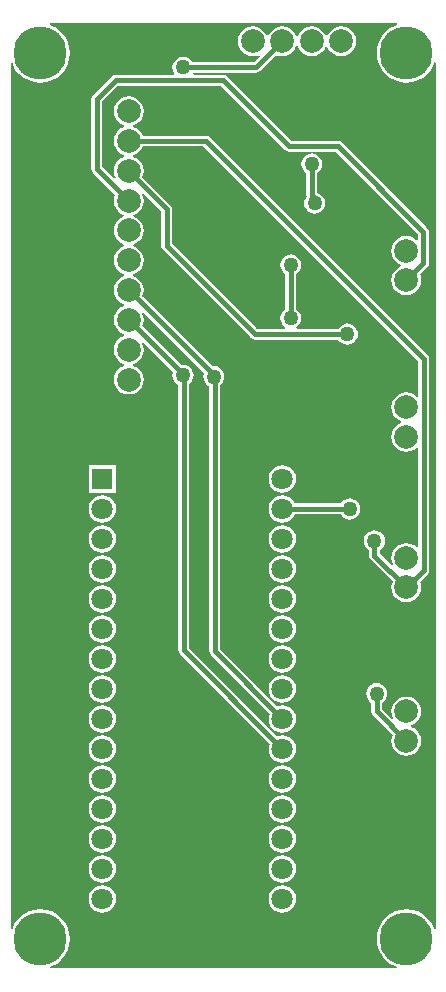
<source format=gbl>
G04*
G04 #@! TF.GenerationSoftware,Altium Limited,Altium Designer,18.0.9 (584)*
G04*
G04 Layer_Physical_Order=2*
G04 Layer_Color=16711680*
%FSLAX42Y42*%
%MOMM*%
G71*
G01*
G75*
%ADD12C,0.40*%
%ADD20C,2.00*%
%ADD21C,1.80*%
%ADD22R,1.80X1.80*%
%ADD23C,1.27*%
%ADD24C,4.50*%
G36*
X3270Y7987D02*
X3254Y7982D01*
X3210Y7959D01*
X3172Y7928D01*
X3141Y7890D01*
X3118Y7846D01*
X3103Y7799D01*
X3098Y7750D01*
X3103Y7701D01*
X3118Y7654D01*
X3141Y7610D01*
X3172Y7572D01*
X3210Y7541D01*
X3254Y7518D01*
X3301Y7503D01*
X3350Y7498D01*
X3399Y7503D01*
X3446Y7518D01*
X3490Y7541D01*
X3528Y7572D01*
X3559Y7610D01*
X3582Y7654D01*
X3587Y7670D01*
X3600Y7668D01*
Y332D01*
X3587Y330D01*
X3582Y346D01*
X3559Y390D01*
X3528Y428D01*
X3490Y459D01*
X3446Y482D01*
X3399Y497D01*
X3350Y502D01*
X3301Y497D01*
X3254Y482D01*
X3210Y459D01*
X3172Y428D01*
X3141Y390D01*
X3118Y346D01*
X3103Y299D01*
X3098Y250D01*
X3103Y201D01*
X3118Y154D01*
X3141Y110D01*
X3172Y72D01*
X3210Y41D01*
X3254Y18D01*
X3270Y13D01*
X3268Y0D01*
X332D01*
X330Y13D01*
X346Y18D01*
X390Y41D01*
X428Y72D01*
X459Y110D01*
X482Y154D01*
X497Y201D01*
X502Y250D01*
X497Y299D01*
X482Y346D01*
X459Y390D01*
X428Y428D01*
X390Y459D01*
X346Y482D01*
X299Y497D01*
X250Y502D01*
X201Y497D01*
X154Y482D01*
X110Y459D01*
X72Y428D01*
X41Y390D01*
X18Y346D01*
X13Y330D01*
X0Y332D01*
Y7668D01*
X13Y7670D01*
X18Y7654D01*
X41Y7610D01*
X72Y7572D01*
X110Y7541D01*
X154Y7518D01*
X201Y7503D01*
X250Y7498D01*
X299Y7503D01*
X346Y7518D01*
X390Y7541D01*
X428Y7572D01*
X459Y7610D01*
X482Y7654D01*
X497Y7701D01*
X502Y7750D01*
X497Y7799D01*
X482Y7846D01*
X459Y7890D01*
X428Y7928D01*
X390Y7959D01*
X346Y7982D01*
X330Y7987D01*
X332Y8000D01*
X3268D01*
X3270Y7987D01*
D02*
G37*
%LPC*%
G36*
X2800Y7976D02*
X2767Y7972D01*
X2737Y7960D01*
X2711Y7939D01*
X2690Y7913D01*
X2682Y7893D01*
X2668D01*
X2660Y7913D01*
X2639Y7939D01*
X2613Y7960D01*
X2583Y7972D01*
X2550Y7976D01*
X2517Y7972D01*
X2487Y7960D01*
X2461Y7939D01*
X2440Y7913D01*
X2432Y7893D01*
X2418D01*
X2410Y7913D01*
X2389Y7939D01*
X2363Y7960D01*
X2333Y7972D01*
X2300Y7976D01*
X2267Y7972D01*
X2237Y7960D01*
X2211Y7939D01*
X2190Y7913D01*
X2182Y7893D01*
X2168D01*
X2160Y7913D01*
X2139Y7939D01*
X2113Y7960D01*
X2083Y7972D01*
X2050Y7976D01*
X2017Y7972D01*
X1987Y7960D01*
X1961Y7939D01*
X1940Y7913D01*
X1928Y7883D01*
X1924Y7850D01*
X1928Y7817D01*
X1940Y7787D01*
X1961Y7761D01*
X1987Y7740D01*
X2017Y7728D01*
X2050Y7724D01*
X2083Y7728D01*
X2103Y7736D01*
X2110Y7725D01*
X2061Y7676D01*
X1537D01*
X1523Y7693D01*
X1505Y7708D01*
X1483Y7717D01*
X1460Y7720D01*
X1437Y7717D01*
X1415Y7708D01*
X1397Y7693D01*
X1382Y7675D01*
X1373Y7653D01*
X1370Y7630D01*
X1373Y7607D01*
X1382Y7585D01*
X1387Y7579D01*
X1381Y7566D01*
X890D01*
X872Y7563D01*
X857Y7553D01*
X857Y7553D01*
X697Y7393D01*
X687Y7378D01*
X684Y7360D01*
X684Y7360D01*
Y6770D01*
X684Y6770D01*
X687Y6752D01*
X697Y6737D01*
X885Y6550D01*
X878Y6533D01*
X874Y6500D01*
X878Y6467D01*
X890Y6437D01*
X911Y6411D01*
X937Y6390D01*
X961Y6381D01*
Y6367D01*
X937Y6357D01*
X911Y6337D01*
X890Y6311D01*
X878Y6280D01*
X874Y6248D01*
X878Y6215D01*
X890Y6184D01*
X911Y6158D01*
X937Y6138D01*
X961Y6128D01*
Y6114D01*
X937Y6105D01*
X911Y6084D01*
X890Y6058D01*
X878Y6028D01*
X874Y5995D01*
X878Y5962D01*
X890Y5932D01*
X911Y5906D01*
X937Y5885D01*
X961Y5876D01*
Y5862D01*
X937Y5852D01*
X911Y5832D01*
X890Y5806D01*
X878Y5775D01*
X874Y5743D01*
X878Y5710D01*
X890Y5679D01*
X911Y5653D01*
X937Y5633D01*
X961Y5623D01*
Y5609D01*
X937Y5600D01*
X911Y5579D01*
X890Y5553D01*
X878Y5523D01*
X874Y5490D01*
X878Y5457D01*
X890Y5427D01*
X911Y5401D01*
X937Y5380D01*
X961Y5371D01*
Y5357D01*
X937Y5347D01*
X911Y5327D01*
X890Y5301D01*
X878Y5270D01*
X874Y5238D01*
X878Y5205D01*
X890Y5174D01*
X911Y5148D01*
X937Y5128D01*
X961Y5118D01*
Y5104D01*
X937Y5095D01*
X911Y5074D01*
X890Y5048D01*
X878Y5018D01*
X874Y4985D01*
X878Y4952D01*
X890Y4922D01*
X911Y4896D01*
X937Y4875D01*
X967Y4863D01*
X1000Y4859D01*
X1033Y4863D01*
X1063Y4875D01*
X1089Y4896D01*
X1110Y4922D01*
X1122Y4952D01*
X1126Y4985D01*
X1122Y5018D01*
X1110Y5048D01*
X1089Y5074D01*
X1063Y5095D01*
X1039Y5104D01*
Y5118D01*
X1063Y5128D01*
X1089Y5148D01*
X1110Y5174D01*
X1122Y5205D01*
X1126Y5238D01*
X1122Y5270D01*
X1112Y5294D01*
X1123Y5302D01*
X1376Y5049D01*
X1373Y5043D01*
X1370Y5020D01*
X1373Y4997D01*
X1382Y4975D01*
X1397Y4957D01*
X1415Y4942D01*
X1419Y4941D01*
Y2692D01*
X1419Y2692D01*
X1423Y2675D01*
X1433Y2660D01*
X2193Y1900D01*
X2188Y1888D01*
X2184Y1858D01*
X2188Y1828D01*
X2199Y1800D01*
X2218Y1776D01*
X2242Y1757D01*
X2270Y1746D01*
X2300Y1742D01*
X2330Y1746D01*
X2358Y1757D01*
X2382Y1776D01*
X2401Y1800D01*
X2412Y1828D01*
X2416Y1858D01*
X2412Y1888D01*
X2401Y1916D01*
X2382Y1940D01*
X2358Y1959D01*
X2330Y1970D01*
X2300Y1974D01*
X2270Y1970D01*
X2258Y1965D01*
X1512Y2712D01*
Y4948D01*
X1523Y4957D01*
X1538Y4975D01*
X1547Y4997D01*
X1550Y5020D01*
X1547Y5043D01*
X1538Y5065D01*
X1523Y5083D01*
X1505Y5098D01*
X1483Y5107D01*
X1460Y5110D01*
X1447Y5108D01*
X1115Y5440D01*
X1122Y5457D01*
X1126Y5490D01*
X1122Y5523D01*
X1112Y5547D01*
X1123Y5554D01*
X1636Y5041D01*
X1633Y5033D01*
X1630Y5010D01*
X1633Y4987D01*
X1642Y4965D01*
X1657Y4947D01*
X1675Y4932D01*
X1681Y4930D01*
Y2685D01*
X1681Y2685D01*
X1684Y2667D01*
X1694Y2652D01*
X2193Y2154D01*
X2188Y2142D01*
X2184Y2112D01*
X2188Y2082D01*
X2199Y2054D01*
X2218Y2030D01*
X2242Y2011D01*
X2270Y2000D01*
X2300Y1996D01*
X2330Y2000D01*
X2358Y2011D01*
X2382Y2030D01*
X2401Y2054D01*
X2412Y2082D01*
X2416Y2112D01*
X2412Y2142D01*
X2401Y2170D01*
X2382Y2194D01*
X2358Y2213D01*
X2330Y2224D01*
X2300Y2228D01*
X2270Y2224D01*
X2258Y2219D01*
X1773Y2704D01*
Y4939D01*
X1783Y4947D01*
X1798Y4965D01*
X1807Y4987D01*
X1810Y5010D01*
X1807Y5033D01*
X1798Y5055D01*
X1783Y5073D01*
X1765Y5088D01*
X1743Y5097D01*
X1720Y5100D01*
X1710Y5098D01*
X1115Y5693D01*
X1122Y5710D01*
X1126Y5743D01*
X1122Y5775D01*
X1110Y5806D01*
X1089Y5832D01*
X1063Y5852D01*
X1039Y5862D01*
Y5876D01*
X1063Y5885D01*
X1089Y5906D01*
X1110Y5932D01*
X1122Y5962D01*
X1126Y5995D01*
X1122Y6028D01*
X1110Y6058D01*
X1089Y6084D01*
X1063Y6105D01*
X1039Y6114D01*
Y6128D01*
X1063Y6138D01*
X1089Y6158D01*
X1110Y6184D01*
X1122Y6215D01*
X1126Y6248D01*
X1122Y6280D01*
X1110Y6311D01*
X1089Y6337D01*
X1063Y6357D01*
X1039Y6367D01*
Y6381D01*
X1063Y6390D01*
X1089Y6411D01*
X1110Y6437D01*
X1122Y6467D01*
X1126Y6500D01*
X1122Y6533D01*
X1112Y6557D01*
X1123Y6564D01*
X1274Y6413D01*
Y6120D01*
X1274Y6120D01*
X1277Y6102D01*
X1287Y6087D01*
X2037Y5337D01*
X2037Y5337D01*
X2052Y5327D01*
X2070Y5324D01*
X2070Y5324D01*
X2773D01*
X2787Y5307D01*
X2805Y5292D01*
X2827Y5283D01*
X2850Y5280D01*
X2873Y5283D01*
X2895Y5292D01*
X2913Y5307D01*
X2928Y5325D01*
X2937Y5347D01*
X2940Y5370D01*
X2937Y5393D01*
X2928Y5415D01*
X2913Y5433D01*
X2895Y5448D01*
X2873Y5457D01*
X2850Y5460D01*
X2827Y5457D01*
X2805Y5448D01*
X2787Y5433D01*
X2773Y5416D01*
X2423D01*
X2421Y5420D01*
X2419Y5429D01*
X2436Y5442D01*
X2450Y5460D01*
X2459Y5482D01*
X2462Y5505D01*
X2459Y5528D01*
X2450Y5550D01*
X2436Y5568D01*
X2419Y5582D01*
Y5878D01*
X2436Y5892D01*
X2450Y5910D01*
X2459Y5932D01*
X2462Y5955D01*
X2459Y5978D01*
X2450Y6000D01*
X2436Y6018D01*
X2417Y6033D01*
X2396Y6042D01*
X2373Y6045D01*
X2349Y6042D01*
X2328Y6033D01*
X2309Y6018D01*
X2295Y6000D01*
X2286Y5978D01*
X2283Y5955D01*
X2286Y5932D01*
X2295Y5910D01*
X2309Y5892D01*
X2326Y5878D01*
Y5582D01*
X2309Y5568D01*
X2295Y5550D01*
X2286Y5528D01*
X2283Y5505D01*
X2286Y5482D01*
X2295Y5460D01*
X2309Y5442D01*
X2326Y5429D01*
X2324Y5420D01*
X2322Y5416D01*
X2089D01*
X1366Y6139D01*
Y6432D01*
X1366Y6433D01*
X1363Y6450D01*
X1353Y6465D01*
X1115Y6703D01*
X1122Y6720D01*
X1126Y6753D01*
X1122Y6785D01*
X1110Y6816D01*
X1089Y6842D01*
X1063Y6862D01*
X1039Y6872D01*
Y6886D01*
X1063Y6895D01*
X1089Y6916D01*
X1110Y6942D01*
X1117Y6959D01*
X1632D01*
X3451Y5140D01*
Y4843D01*
X3444Y4841D01*
X3439Y4840D01*
X3413Y4860D01*
X3383Y4872D01*
X3350Y4876D01*
X3317Y4872D01*
X3287Y4860D01*
X3261Y4839D01*
X3240Y4813D01*
X3228Y4783D01*
X3224Y4750D01*
X3228Y4717D01*
X3240Y4687D01*
X3261Y4661D01*
X3287Y4640D01*
X3308Y4632D01*
Y4618D01*
X3287Y4610D01*
X3261Y4589D01*
X3240Y4563D01*
X3228Y4533D01*
X3224Y4500D01*
X3228Y4467D01*
X3240Y4437D01*
X3261Y4411D01*
X3287Y4390D01*
X3317Y4378D01*
X3350Y4374D01*
X3383Y4378D01*
X3413Y4390D01*
X3439Y4410D01*
X3444Y4409D01*
X3451Y4407D01*
Y3568D01*
X3444Y3566D01*
X3439Y3565D01*
X3413Y3585D01*
X3383Y3597D01*
X3350Y3601D01*
X3317Y3597D01*
X3287Y3585D01*
X3261Y3564D01*
X3240Y3538D01*
X3228Y3508D01*
X3224Y3475D01*
X3228Y3442D01*
X3236Y3422D01*
X3225Y3415D01*
X3126Y3514D01*
Y3543D01*
X3143Y3557D01*
X3158Y3575D01*
X3167Y3597D01*
X3170Y3620D01*
X3167Y3643D01*
X3158Y3665D01*
X3143Y3683D01*
X3125Y3698D01*
X3103Y3707D01*
X3080Y3710D01*
X3057Y3707D01*
X3035Y3698D01*
X3017Y3683D01*
X3002Y3665D01*
X2993Y3643D01*
X2990Y3620D01*
X2993Y3597D01*
X3002Y3575D01*
X3017Y3557D01*
X3034Y3543D01*
Y3495D01*
X3034Y3495D01*
X3037Y3477D01*
X3047Y3462D01*
X3235Y3275D01*
X3228Y3258D01*
X3224Y3225D01*
X3228Y3192D01*
X3240Y3162D01*
X3261Y3136D01*
X3287Y3115D01*
X3317Y3103D01*
X3350Y3099D01*
X3383Y3103D01*
X3413Y3115D01*
X3439Y3136D01*
X3460Y3162D01*
X3472Y3192D01*
X3476Y3225D01*
X3472Y3258D01*
X3465Y3275D01*
X3530Y3340D01*
X3530Y3340D01*
X3540Y3355D01*
X3544Y3373D01*
Y5159D01*
X3544Y5159D01*
X3540Y5176D01*
X3530Y5191D01*
X3530Y5191D01*
X1684Y7038D01*
X1669Y7048D01*
X1651Y7051D01*
X1651Y7051D01*
X1117D01*
X1110Y7068D01*
X1089Y7094D01*
X1063Y7115D01*
X1039Y7124D01*
Y7138D01*
X1063Y7148D01*
X1089Y7168D01*
X1110Y7194D01*
X1122Y7225D01*
X1126Y7258D01*
X1122Y7290D01*
X1110Y7321D01*
X1089Y7347D01*
X1063Y7367D01*
X1033Y7380D01*
X1000Y7384D01*
X967Y7380D01*
X937Y7367D01*
X911Y7347D01*
X890Y7321D01*
X878Y7290D01*
X874Y7258D01*
X878Y7225D01*
X890Y7194D01*
X911Y7168D01*
X937Y7148D01*
X961Y7138D01*
Y7124D01*
X937Y7115D01*
X911Y7094D01*
X890Y7068D01*
X878Y7038D01*
X874Y7005D01*
X878Y6972D01*
X890Y6942D01*
X911Y6916D01*
X937Y6895D01*
X961Y6886D01*
Y6872D01*
X937Y6862D01*
X911Y6842D01*
X890Y6816D01*
X878Y6785D01*
X874Y6753D01*
X878Y6720D01*
X888Y6696D01*
X877Y6688D01*
X776Y6789D01*
Y7341D01*
X909Y7474D01*
X1781D01*
X2327Y6927D01*
X2327Y6927D01*
X2342Y6917D01*
X2360Y6914D01*
X2360Y6914D01*
X2751D01*
X3449Y6215D01*
Y6171D01*
X3436Y6167D01*
X3413Y6185D01*
X3383Y6197D01*
X3350Y6201D01*
X3317Y6197D01*
X3287Y6185D01*
X3261Y6164D01*
X3240Y6138D01*
X3228Y6108D01*
X3224Y6075D01*
X3228Y6042D01*
X3240Y6012D01*
X3261Y5986D01*
X3287Y5965D01*
X3307Y5957D01*
Y5943D01*
X3287Y5935D01*
X3261Y5914D01*
X3240Y5888D01*
X3228Y5858D01*
X3224Y5825D01*
X3228Y5792D01*
X3240Y5762D01*
X3261Y5736D01*
X3287Y5715D01*
X3317Y5703D01*
X3350Y5699D01*
X3383Y5703D01*
X3413Y5715D01*
X3439Y5736D01*
X3460Y5762D01*
X3472Y5792D01*
X3476Y5825D01*
X3472Y5858D01*
X3465Y5875D01*
X3528Y5938D01*
X3528Y5938D01*
X3538Y5953D01*
X3542Y5970D01*
X3542Y5970D01*
Y6235D01*
X3542Y6235D01*
X3538Y6252D01*
X3528Y6267D01*
X3528Y6267D01*
X2803Y6993D01*
X2788Y7003D01*
X2770Y7006D01*
X2770Y7006D01*
X2379D01*
X1833Y7553D01*
X1818Y7563D01*
X1800Y7566D01*
X1800Y7566D01*
X1549D01*
X1542Y7579D01*
X1545Y7584D01*
X2080D01*
X2080Y7584D01*
X2098Y7587D01*
X2113Y7597D01*
X2250Y7735D01*
X2267Y7728D01*
X2300Y7724D01*
X2333Y7728D01*
X2363Y7740D01*
X2389Y7761D01*
X2410Y7787D01*
X2418Y7807D01*
X2432D01*
X2440Y7787D01*
X2461Y7761D01*
X2487Y7740D01*
X2517Y7728D01*
X2550Y7724D01*
X2583Y7728D01*
X2613Y7740D01*
X2639Y7761D01*
X2660Y7787D01*
X2668Y7807D01*
X2682D01*
X2690Y7787D01*
X2711Y7761D01*
X2737Y7740D01*
X2767Y7728D01*
X2800Y7724D01*
X2833Y7728D01*
X2863Y7740D01*
X2889Y7761D01*
X2910Y7787D01*
X2922Y7817D01*
X2926Y7850D01*
X2922Y7883D01*
X2910Y7913D01*
X2889Y7939D01*
X2863Y7960D01*
X2833Y7972D01*
X2800Y7976D01*
D02*
G37*
G36*
X2550Y6900D02*
X2527Y6897D01*
X2505Y6888D01*
X2487Y6873D01*
X2472Y6855D01*
X2463Y6833D01*
X2460Y6810D01*
X2463Y6787D01*
X2472Y6765D01*
X2487Y6747D01*
X2504Y6733D01*
Y6545D01*
X2504Y6545D01*
X2506Y6536D01*
X2497Y6525D01*
X2488Y6503D01*
X2485Y6480D01*
X2488Y6457D01*
X2497Y6435D01*
X2512Y6417D01*
X2530Y6402D01*
X2552Y6393D01*
X2575Y6390D01*
X2598Y6393D01*
X2620Y6402D01*
X2638Y6417D01*
X2653Y6435D01*
X2662Y6457D01*
X2665Y6480D01*
X2662Y6503D01*
X2653Y6525D01*
X2638Y6543D01*
X2620Y6558D01*
X2598Y6567D01*
X2596Y6567D01*
Y6733D01*
X2613Y6747D01*
X2628Y6765D01*
X2637Y6787D01*
X2640Y6810D01*
X2637Y6833D01*
X2628Y6855D01*
X2613Y6873D01*
X2595Y6888D01*
X2573Y6897D01*
X2550Y6900D01*
D02*
G37*
G36*
X891Y4259D02*
X661D01*
Y4029D01*
X891D01*
Y4259D01*
D02*
G37*
G36*
X2300Y4260D02*
X2270Y4256D01*
X2242Y4245D01*
X2218Y4226D01*
X2199Y4202D01*
X2188Y4174D01*
X2184Y4144D01*
X2188Y4114D01*
X2199Y4086D01*
X2218Y4062D01*
X2242Y4043D01*
X2270Y4032D01*
X2300Y4028D01*
X2330Y4032D01*
X2358Y4043D01*
X2382Y4062D01*
X2401Y4086D01*
X2412Y4114D01*
X2416Y4144D01*
X2412Y4174D01*
X2401Y4202D01*
X2382Y4226D01*
X2358Y4245D01*
X2330Y4256D01*
X2300Y4260D01*
D02*
G37*
G36*
Y4006D02*
X2270Y4002D01*
X2242Y3991D01*
X2218Y3972D01*
X2199Y3948D01*
X2188Y3920D01*
X2184Y3890D01*
X2188Y3860D01*
X2199Y3832D01*
X2218Y3808D01*
X2242Y3789D01*
X2270Y3778D01*
X2300Y3774D01*
X2330Y3778D01*
X2358Y3789D01*
X2382Y3808D01*
X2401Y3832D01*
X2406Y3844D01*
X2793D01*
X2807Y3827D01*
X2825Y3812D01*
X2847Y3803D01*
X2870Y3800D01*
X2893Y3803D01*
X2915Y3812D01*
X2933Y3827D01*
X2948Y3845D01*
X2957Y3867D01*
X2960Y3890D01*
X2957Y3913D01*
X2948Y3935D01*
X2933Y3953D01*
X2915Y3968D01*
X2893Y3977D01*
X2870Y3980D01*
X2847Y3977D01*
X2825Y3968D01*
X2807Y3953D01*
X2793Y3936D01*
X2406D01*
X2401Y3948D01*
X2382Y3972D01*
X2358Y3991D01*
X2330Y4002D01*
X2300Y4006D01*
D02*
G37*
G36*
X776D02*
X746Y4002D01*
X718Y3991D01*
X694Y3972D01*
X675Y3948D01*
X664Y3920D01*
X660Y3890D01*
X664Y3860D01*
X675Y3832D01*
X694Y3808D01*
X718Y3789D01*
X746Y3778D01*
X776Y3774D01*
X806Y3778D01*
X834Y3789D01*
X858Y3808D01*
X877Y3832D01*
X888Y3860D01*
X892Y3890D01*
X888Y3920D01*
X877Y3948D01*
X858Y3972D01*
X834Y3991D01*
X806Y4002D01*
X776Y4006D01*
D02*
G37*
G36*
X2300Y3752D02*
X2270Y3748D01*
X2242Y3737D01*
X2218Y3718D01*
X2199Y3694D01*
X2188Y3666D01*
X2184Y3636D01*
X2188Y3606D01*
X2199Y3578D01*
X2218Y3554D01*
X2242Y3535D01*
X2270Y3524D01*
X2300Y3520D01*
X2330Y3524D01*
X2358Y3535D01*
X2382Y3554D01*
X2401Y3578D01*
X2412Y3606D01*
X2416Y3636D01*
X2412Y3666D01*
X2401Y3694D01*
X2382Y3718D01*
X2358Y3737D01*
X2330Y3748D01*
X2300Y3752D01*
D02*
G37*
G36*
X776D02*
X746Y3748D01*
X718Y3737D01*
X694Y3718D01*
X675Y3694D01*
X664Y3666D01*
X660Y3636D01*
X664Y3606D01*
X675Y3578D01*
X694Y3554D01*
X718Y3535D01*
X746Y3524D01*
X776Y3520D01*
X806Y3524D01*
X834Y3535D01*
X858Y3554D01*
X877Y3578D01*
X888Y3606D01*
X892Y3636D01*
X888Y3666D01*
X877Y3694D01*
X858Y3718D01*
X834Y3737D01*
X806Y3748D01*
X776Y3752D01*
D02*
G37*
G36*
X2300Y3498D02*
X2270Y3494D01*
X2242Y3483D01*
X2218Y3464D01*
X2199Y3440D01*
X2188Y3412D01*
X2184Y3382D01*
X2188Y3352D01*
X2199Y3324D01*
X2218Y3300D01*
X2242Y3281D01*
X2270Y3270D01*
X2300Y3266D01*
X2330Y3270D01*
X2358Y3281D01*
X2382Y3300D01*
X2401Y3324D01*
X2412Y3352D01*
X2416Y3382D01*
X2412Y3412D01*
X2401Y3440D01*
X2382Y3464D01*
X2358Y3483D01*
X2330Y3494D01*
X2300Y3498D01*
D02*
G37*
G36*
X776D02*
X746Y3494D01*
X718Y3483D01*
X694Y3464D01*
X675Y3440D01*
X664Y3412D01*
X660Y3382D01*
X664Y3352D01*
X675Y3324D01*
X694Y3300D01*
X718Y3281D01*
X746Y3270D01*
X776Y3266D01*
X806Y3270D01*
X834Y3281D01*
X858Y3300D01*
X877Y3324D01*
X888Y3352D01*
X892Y3382D01*
X888Y3412D01*
X877Y3440D01*
X858Y3464D01*
X834Y3483D01*
X806Y3494D01*
X776Y3498D01*
D02*
G37*
G36*
X2300Y3244D02*
X2270Y3240D01*
X2242Y3229D01*
X2218Y3210D01*
X2199Y3186D01*
X2188Y3158D01*
X2184Y3128D01*
X2188Y3098D01*
X2199Y3070D01*
X2218Y3046D01*
X2242Y3027D01*
X2270Y3016D01*
X2300Y3012D01*
X2330Y3016D01*
X2358Y3027D01*
X2382Y3046D01*
X2401Y3070D01*
X2412Y3098D01*
X2416Y3128D01*
X2412Y3158D01*
X2401Y3186D01*
X2382Y3210D01*
X2358Y3229D01*
X2330Y3240D01*
X2300Y3244D01*
D02*
G37*
G36*
X776D02*
X746Y3240D01*
X718Y3229D01*
X694Y3210D01*
X675Y3186D01*
X664Y3158D01*
X660Y3128D01*
X664Y3098D01*
X675Y3070D01*
X694Y3046D01*
X718Y3027D01*
X746Y3016D01*
X776Y3012D01*
X806Y3016D01*
X834Y3027D01*
X858Y3046D01*
X877Y3070D01*
X888Y3098D01*
X892Y3128D01*
X888Y3158D01*
X877Y3186D01*
X858Y3210D01*
X834Y3229D01*
X806Y3240D01*
X776Y3244D01*
D02*
G37*
G36*
X2300Y2990D02*
X2270Y2986D01*
X2242Y2975D01*
X2218Y2956D01*
X2199Y2932D01*
X2188Y2904D01*
X2184Y2874D01*
X2188Y2844D01*
X2199Y2816D01*
X2218Y2792D01*
X2242Y2773D01*
X2270Y2762D01*
X2300Y2758D01*
X2330Y2762D01*
X2358Y2773D01*
X2382Y2792D01*
X2401Y2816D01*
X2412Y2844D01*
X2416Y2874D01*
X2412Y2904D01*
X2401Y2932D01*
X2382Y2956D01*
X2358Y2975D01*
X2330Y2986D01*
X2300Y2990D01*
D02*
G37*
G36*
X776D02*
X746Y2986D01*
X718Y2975D01*
X694Y2956D01*
X675Y2932D01*
X664Y2904D01*
X660Y2874D01*
X664Y2844D01*
X675Y2816D01*
X694Y2792D01*
X718Y2773D01*
X746Y2762D01*
X776Y2758D01*
X806Y2762D01*
X834Y2773D01*
X858Y2792D01*
X877Y2816D01*
X888Y2844D01*
X892Y2874D01*
X888Y2904D01*
X877Y2932D01*
X858Y2956D01*
X834Y2975D01*
X806Y2986D01*
X776Y2990D01*
D02*
G37*
G36*
X2300Y2736D02*
X2270Y2732D01*
X2242Y2721D01*
X2218Y2702D01*
X2199Y2678D01*
X2188Y2650D01*
X2184Y2620D01*
X2188Y2590D01*
X2199Y2562D01*
X2218Y2538D01*
X2242Y2519D01*
X2270Y2508D01*
X2300Y2504D01*
X2330Y2508D01*
X2358Y2519D01*
X2382Y2538D01*
X2401Y2562D01*
X2412Y2590D01*
X2416Y2620D01*
X2412Y2650D01*
X2401Y2678D01*
X2382Y2702D01*
X2358Y2721D01*
X2330Y2732D01*
X2300Y2736D01*
D02*
G37*
G36*
X776D02*
X746Y2732D01*
X718Y2721D01*
X694Y2702D01*
X675Y2678D01*
X664Y2650D01*
X660Y2620D01*
X664Y2590D01*
X675Y2562D01*
X694Y2538D01*
X718Y2519D01*
X746Y2508D01*
X776Y2504D01*
X806Y2508D01*
X834Y2519D01*
X858Y2538D01*
X877Y2562D01*
X888Y2590D01*
X892Y2620D01*
X888Y2650D01*
X877Y2678D01*
X858Y2702D01*
X834Y2721D01*
X806Y2732D01*
X776Y2736D01*
D02*
G37*
G36*
X2300Y2482D02*
X2270Y2478D01*
X2242Y2467D01*
X2218Y2448D01*
X2199Y2424D01*
X2188Y2396D01*
X2184Y2366D01*
X2188Y2336D01*
X2199Y2308D01*
X2218Y2284D01*
X2242Y2265D01*
X2270Y2254D01*
X2300Y2250D01*
X2330Y2254D01*
X2358Y2265D01*
X2382Y2284D01*
X2401Y2308D01*
X2412Y2336D01*
X2416Y2366D01*
X2412Y2396D01*
X2401Y2424D01*
X2382Y2448D01*
X2358Y2467D01*
X2330Y2478D01*
X2300Y2482D01*
D02*
G37*
G36*
X776D02*
X746Y2478D01*
X718Y2467D01*
X694Y2448D01*
X675Y2424D01*
X664Y2396D01*
X660Y2366D01*
X664Y2336D01*
X675Y2308D01*
X694Y2284D01*
X718Y2265D01*
X746Y2254D01*
X776Y2250D01*
X806Y2254D01*
X834Y2265D01*
X858Y2284D01*
X877Y2308D01*
X888Y2336D01*
X892Y2366D01*
X888Y2396D01*
X877Y2424D01*
X858Y2448D01*
X834Y2467D01*
X806Y2478D01*
X776Y2482D01*
D02*
G37*
G36*
Y2228D02*
X746Y2224D01*
X718Y2213D01*
X694Y2194D01*
X675Y2170D01*
X664Y2142D01*
X660Y2112D01*
X664Y2082D01*
X675Y2054D01*
X694Y2030D01*
X718Y2011D01*
X746Y2000D01*
X776Y1996D01*
X806Y2000D01*
X834Y2011D01*
X858Y2030D01*
X877Y2054D01*
X888Y2082D01*
X892Y2112D01*
X888Y2142D01*
X877Y2170D01*
X858Y2194D01*
X834Y2213D01*
X806Y2224D01*
X776Y2228D01*
D02*
G37*
G36*
X3100Y2415D02*
X3077Y2412D01*
X3055Y2403D01*
X3037Y2388D01*
X3022Y2370D01*
X3013Y2348D01*
X3010Y2325D01*
X3013Y2302D01*
X3022Y2280D01*
X3037Y2262D01*
X3054Y2248D01*
Y2175D01*
X3054Y2175D01*
X3057Y2157D01*
X3067Y2142D01*
X3235Y1975D01*
X3228Y1958D01*
X3224Y1925D01*
X3228Y1892D01*
X3240Y1862D01*
X3261Y1836D01*
X3287Y1815D01*
X3317Y1803D01*
X3350Y1799D01*
X3383Y1803D01*
X3413Y1815D01*
X3439Y1836D01*
X3460Y1862D01*
X3472Y1892D01*
X3476Y1925D01*
X3472Y1958D01*
X3460Y1988D01*
X3439Y2014D01*
X3413Y2035D01*
X3393Y2043D01*
Y2057D01*
X3413Y2065D01*
X3439Y2086D01*
X3460Y2112D01*
X3472Y2142D01*
X3476Y2175D01*
X3472Y2208D01*
X3460Y2238D01*
X3439Y2264D01*
X3413Y2285D01*
X3383Y2297D01*
X3350Y2301D01*
X3317Y2297D01*
X3287Y2285D01*
X3261Y2264D01*
X3240Y2238D01*
X3228Y2208D01*
X3224Y2175D01*
X3228Y2142D01*
X3236Y2122D01*
X3225Y2115D01*
X3146Y2194D01*
Y2248D01*
X3163Y2262D01*
X3178Y2280D01*
X3187Y2302D01*
X3190Y2325D01*
X3187Y2348D01*
X3178Y2370D01*
X3163Y2388D01*
X3145Y2403D01*
X3123Y2412D01*
X3100Y2415D01*
D02*
G37*
G36*
X776Y1974D02*
X746Y1970D01*
X718Y1959D01*
X694Y1940D01*
X675Y1916D01*
X664Y1888D01*
X660Y1858D01*
X664Y1828D01*
X675Y1800D01*
X694Y1776D01*
X718Y1757D01*
X746Y1746D01*
X776Y1742D01*
X806Y1746D01*
X834Y1757D01*
X858Y1776D01*
X877Y1800D01*
X888Y1828D01*
X892Y1858D01*
X888Y1888D01*
X877Y1916D01*
X858Y1940D01*
X834Y1959D01*
X806Y1970D01*
X776Y1974D01*
D02*
G37*
G36*
X2300Y1720D02*
X2270Y1716D01*
X2242Y1705D01*
X2218Y1686D01*
X2199Y1662D01*
X2188Y1634D01*
X2184Y1604D01*
X2188Y1574D01*
X2199Y1546D01*
X2218Y1522D01*
X2242Y1503D01*
X2270Y1492D01*
X2300Y1488D01*
X2330Y1492D01*
X2358Y1503D01*
X2382Y1522D01*
X2401Y1546D01*
X2412Y1574D01*
X2416Y1604D01*
X2412Y1634D01*
X2401Y1662D01*
X2382Y1686D01*
X2358Y1705D01*
X2330Y1716D01*
X2300Y1720D01*
D02*
G37*
G36*
X776D02*
X746Y1716D01*
X718Y1705D01*
X694Y1686D01*
X675Y1662D01*
X664Y1634D01*
X660Y1604D01*
X664Y1574D01*
X675Y1546D01*
X694Y1522D01*
X718Y1503D01*
X746Y1492D01*
X776Y1488D01*
X806Y1492D01*
X834Y1503D01*
X858Y1522D01*
X877Y1546D01*
X888Y1574D01*
X892Y1604D01*
X888Y1634D01*
X877Y1662D01*
X858Y1686D01*
X834Y1705D01*
X806Y1716D01*
X776Y1720D01*
D02*
G37*
G36*
X2300Y1466D02*
X2270Y1462D01*
X2242Y1451D01*
X2218Y1432D01*
X2199Y1408D01*
X2188Y1380D01*
X2184Y1350D01*
X2188Y1320D01*
X2199Y1292D01*
X2218Y1268D01*
X2242Y1249D01*
X2270Y1238D01*
X2300Y1234D01*
X2330Y1238D01*
X2358Y1249D01*
X2382Y1268D01*
X2401Y1292D01*
X2412Y1320D01*
X2416Y1350D01*
X2412Y1380D01*
X2401Y1408D01*
X2382Y1432D01*
X2358Y1451D01*
X2330Y1462D01*
X2300Y1466D01*
D02*
G37*
G36*
X776D02*
X746Y1462D01*
X718Y1451D01*
X694Y1432D01*
X675Y1408D01*
X664Y1380D01*
X660Y1350D01*
X664Y1320D01*
X675Y1292D01*
X694Y1268D01*
X718Y1249D01*
X746Y1238D01*
X776Y1234D01*
X806Y1238D01*
X834Y1249D01*
X858Y1268D01*
X877Y1292D01*
X888Y1320D01*
X892Y1350D01*
X888Y1380D01*
X877Y1408D01*
X858Y1432D01*
X834Y1451D01*
X806Y1462D01*
X776Y1466D01*
D02*
G37*
G36*
X2300Y1212D02*
X2270Y1208D01*
X2242Y1197D01*
X2218Y1178D01*
X2199Y1154D01*
X2188Y1126D01*
X2184Y1096D01*
X2188Y1066D01*
X2199Y1038D01*
X2218Y1014D01*
X2242Y995D01*
X2270Y984D01*
X2300Y980D01*
X2330Y984D01*
X2358Y995D01*
X2382Y1014D01*
X2401Y1038D01*
X2412Y1066D01*
X2416Y1096D01*
X2412Y1126D01*
X2401Y1154D01*
X2382Y1178D01*
X2358Y1197D01*
X2330Y1208D01*
X2300Y1212D01*
D02*
G37*
G36*
X776D02*
X746Y1208D01*
X718Y1197D01*
X694Y1178D01*
X675Y1154D01*
X664Y1126D01*
X660Y1096D01*
X664Y1066D01*
X675Y1038D01*
X694Y1014D01*
X718Y995D01*
X746Y984D01*
X776Y980D01*
X806Y984D01*
X834Y995D01*
X858Y1014D01*
X877Y1038D01*
X888Y1066D01*
X892Y1096D01*
X888Y1126D01*
X877Y1154D01*
X858Y1178D01*
X834Y1197D01*
X806Y1208D01*
X776Y1212D01*
D02*
G37*
G36*
X2300Y958D02*
X2270Y954D01*
X2242Y943D01*
X2218Y924D01*
X2199Y900D01*
X2188Y872D01*
X2184Y842D01*
X2188Y812D01*
X2199Y784D01*
X2218Y760D01*
X2242Y741D01*
X2270Y730D01*
X2300Y726D01*
X2330Y730D01*
X2358Y741D01*
X2382Y760D01*
X2401Y784D01*
X2412Y812D01*
X2416Y842D01*
X2412Y872D01*
X2401Y900D01*
X2382Y924D01*
X2358Y943D01*
X2330Y954D01*
X2300Y958D01*
D02*
G37*
G36*
X776D02*
X746Y954D01*
X718Y943D01*
X694Y924D01*
X675Y900D01*
X664Y872D01*
X660Y842D01*
X664Y812D01*
X675Y784D01*
X694Y760D01*
X718Y741D01*
X746Y730D01*
X776Y726D01*
X806Y730D01*
X834Y741D01*
X858Y760D01*
X877Y784D01*
X888Y812D01*
X892Y842D01*
X888Y872D01*
X877Y900D01*
X858Y924D01*
X834Y943D01*
X806Y954D01*
X776Y958D01*
D02*
G37*
G36*
X2300Y704D02*
X2270Y700D01*
X2242Y689D01*
X2218Y670D01*
X2199Y646D01*
X2188Y618D01*
X2184Y588D01*
X2188Y558D01*
X2199Y530D01*
X2218Y506D01*
X2242Y487D01*
X2270Y476D01*
X2300Y472D01*
X2330Y476D01*
X2358Y487D01*
X2382Y506D01*
X2401Y530D01*
X2412Y558D01*
X2416Y588D01*
X2412Y618D01*
X2401Y646D01*
X2382Y670D01*
X2358Y689D01*
X2330Y700D01*
X2300Y704D01*
D02*
G37*
G36*
X776D02*
X746Y700D01*
X718Y689D01*
X694Y670D01*
X675Y646D01*
X664Y618D01*
X660Y588D01*
X664Y558D01*
X675Y530D01*
X694Y506D01*
X718Y487D01*
X746Y476D01*
X776Y472D01*
X806Y476D01*
X834Y487D01*
X858Y506D01*
X877Y530D01*
X888Y558D01*
X892Y588D01*
X888Y618D01*
X877Y646D01*
X858Y670D01*
X834Y689D01*
X806Y700D01*
X776Y704D01*
D02*
G37*
%LPD*%
D12*
X2575Y6510D02*
X2590Y6495D01*
X2550Y6545D02*
Y6810D01*
Y6545D02*
X2580Y6515D01*
X2575Y6510D02*
X2580Y6515D01*
X2575Y6480D02*
X2590Y6495D01*
X2575Y6480D02*
X2598Y6457D01*
X1466Y2692D02*
Y5024D01*
X1000Y5490D02*
X1466Y5024D01*
X2080Y7630D02*
X2300Y7850D01*
X1460Y7630D02*
X2080D01*
X1727Y2685D02*
Y5015D01*
X1000Y5743D02*
X1727Y5015D01*
X2360Y6960D02*
X2770D01*
X3495Y6235D01*
X1800Y7520D02*
X2360Y6960D01*
X890Y7520D02*
X1800D01*
X730Y7360D02*
X890Y7520D01*
X3495Y5970D02*
Y6235D01*
X2302Y3892D02*
X2305Y3890D01*
X2373Y5505D02*
Y5955D01*
X1320Y6120D02*
X2070Y5370D01*
X2850D01*
X1000Y6753D02*
X1320Y6433D01*
Y6120D02*
Y6433D01*
X2305Y3890D02*
X2870D01*
X3350Y5825D02*
X3495Y5970D01*
X730Y6770D02*
Y7360D01*
Y6770D02*
X1000Y6500D01*
X3080Y3495D02*
Y3620D01*
Y3495D02*
X3350Y3225D01*
X3100Y2175D02*
X3350Y1925D01*
X3100Y2175D02*
Y2325D01*
X1466Y2692D02*
X2300Y1858D01*
X1727Y2685D02*
X2300Y2112D01*
X3350Y3225D02*
X3498Y3373D01*
Y5159D01*
X1651Y7005D02*
X3498Y5159D01*
X1000Y7005D02*
X1651D01*
D20*
X2550Y7850D02*
D03*
X2050D02*
D03*
X2300D02*
D03*
X2800D02*
D03*
X3350Y4500D02*
D03*
Y4750D02*
D03*
Y3225D02*
D03*
Y3475D02*
D03*
Y1925D02*
D03*
Y2175D02*
D03*
Y5825D02*
D03*
Y6075D02*
D03*
X1000Y7005D02*
D03*
Y7258D02*
D03*
Y5995D02*
D03*
Y6248D02*
D03*
Y6753D02*
D03*
Y6500D02*
D03*
Y5490D02*
D03*
Y5743D02*
D03*
Y5238D02*
D03*
Y4985D02*
D03*
D21*
X776Y588D02*
D03*
Y1096D02*
D03*
Y842D02*
D03*
Y1604D02*
D03*
Y1350D02*
D03*
Y2112D02*
D03*
Y1858D02*
D03*
Y2620D02*
D03*
Y2366D02*
D03*
Y3128D02*
D03*
Y2874D02*
D03*
Y3382D02*
D03*
Y3636D02*
D03*
Y3890D02*
D03*
X2300Y588D02*
D03*
Y842D02*
D03*
Y1096D02*
D03*
Y1350D02*
D03*
Y1604D02*
D03*
Y1858D02*
D03*
Y2112D02*
D03*
Y2366D02*
D03*
Y2620D02*
D03*
Y2874D02*
D03*
Y3128D02*
D03*
Y3382D02*
D03*
Y3636D02*
D03*
Y3890D02*
D03*
Y4144D02*
D03*
D22*
X776D02*
D03*
D23*
X2550Y6810D02*
D03*
X2575Y6480D02*
D03*
X1460Y7630D02*
D03*
Y5020D02*
D03*
X1720Y5010D02*
D03*
X2373Y5505D02*
D03*
Y5955D02*
D03*
X2850Y5370D02*
D03*
X2870Y3890D02*
D03*
X3080Y3620D02*
D03*
X3100Y2325D02*
D03*
D24*
X3350Y250D02*
D03*
X250Y7750D02*
D03*
X3350D02*
D03*
X250Y250D02*
D03*
M02*

</source>
